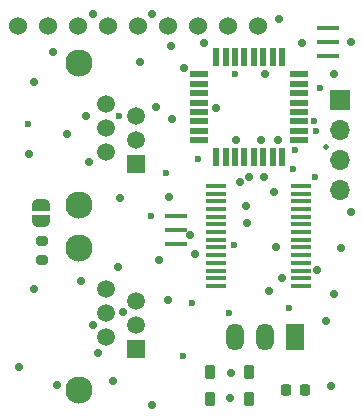
<source format=gbs>
G04 #@! TF.GenerationSoftware,KiCad,Pcbnew,8.0.1*
G04 #@! TF.CreationDate,2024-10-15T00:39:43+09:00*
G04 #@! TF.ProjectId,AltBoard2025,416c7442-6f61-4726-9432-3032352e6b69,rev?*
G04 #@! TF.SameCoordinates,Original*
G04 #@! TF.FileFunction,Soldermask,Bot*
G04 #@! TF.FilePolarity,Negative*
%FSLAX46Y46*%
G04 Gerber Fmt 4.6, Leading zero omitted, Abs format (unit mm)*
G04 Created by KiCad (PCBNEW 8.0.1) date 2024-10-15 00:39:43*
%MOMM*%
%LPD*%
G01*
G04 APERTURE LIST*
G04 Aperture macros list*
%AMRoundRect*
0 Rectangle with rounded corners*
0 $1 Rounding radius*
0 $2 $3 $4 $5 $6 $7 $8 $9 X,Y pos of 4 corners*
0 Add a 4 corners polygon primitive as box body*
4,1,4,$2,$3,$4,$5,$6,$7,$8,$9,$2,$3,0*
0 Add four circle primitives for the rounded corners*
1,1,$1+$1,$2,$3*
1,1,$1+$1,$4,$5*
1,1,$1+$1,$6,$7*
1,1,$1+$1,$8,$9*
0 Add four rect primitives between the rounded corners*
20,1,$1+$1,$2,$3,$4,$5,0*
20,1,$1+$1,$4,$5,$6,$7,0*
20,1,$1+$1,$6,$7,$8,$9,0*
20,1,$1+$1,$8,$9,$2,$3,0*%
%AMFreePoly0*
4,1,19,0.500000,-0.750000,0.000000,-0.750000,0.000000,-0.744911,-0.071157,-0.744911,-0.207708,-0.704816,-0.327430,-0.627875,-0.420627,-0.520320,-0.479746,-0.390866,-0.500000,-0.250000,-0.500000,0.250000,-0.479746,0.390866,-0.420627,0.520320,-0.327430,0.627875,-0.207708,0.704816,-0.071157,0.744911,0.000000,0.744911,0.000000,0.750000,0.500000,0.750000,0.500000,-0.750000,0.500000,-0.750000,
$1*%
%AMFreePoly1*
4,1,19,0.000000,0.744911,0.071157,0.744911,0.207708,0.704816,0.327430,0.627875,0.420627,0.520320,0.479746,0.390866,0.500000,0.250000,0.500000,-0.250000,0.479746,-0.390866,0.420627,-0.520320,0.327430,-0.627875,0.207708,-0.704816,0.071157,-0.744911,0.000000,-0.744911,0.000000,-0.750000,-0.500000,-0.750000,-0.500000,0.750000,0.000000,0.750000,0.000000,0.744911,0.000000,0.744911,
$1*%
G04 Aperture macros list end*
%ADD10C,1.520000*%
%ADD11R,1.520000X1.520000*%
%ADD12C,2.300000*%
%ADD13R,1.700000X1.700000*%
%ADD14O,1.700000X1.700000*%
%ADD15R,1.500000X2.300000*%
%ADD16O,1.500000X2.300000*%
%ADD17RoundRect,0.200000X0.275000X-0.200000X0.275000X0.200000X-0.275000X0.200000X-0.275000X-0.200000X0*%
%ADD18RoundRect,0.225000X0.225000X0.375000X-0.225000X0.375000X-0.225000X-0.375000X0.225000X-0.375000X0*%
%ADD19R,0.550000X1.600000*%
%ADD20R,1.600000X0.550000*%
%ADD21R,1.900000X0.400000*%
%ADD22C,1.524000*%
%ADD23FreePoly0,270.000000*%
%ADD24FreePoly1,270.000000*%
%ADD25R,1.750000X0.450000*%
%ADD26RoundRect,0.225000X-0.225000X-0.250000X0.225000X-0.250000X0.225000X0.250000X-0.225000X0.250000X0*%
%ADD27C,0.700000*%
%ADD28C,0.600000*%
%ADD29C,0.500000*%
G04 APERTURE END LIST*
D10*
X124600000Y-27700000D03*
X127140000Y-28720000D03*
X124600000Y-29740000D03*
X127140000Y-30760000D03*
X124600000Y-31780000D03*
D11*
X127140000Y-32800000D03*
D12*
X122300000Y-36250000D03*
X122300000Y-24250000D03*
D13*
X144400000Y-27360000D03*
D14*
X144400000Y-29900000D03*
X144400000Y-32440000D03*
X144400000Y-34980000D03*
D15*
X140547000Y-47492500D03*
D16*
X138007000Y-47492500D03*
X135467000Y-47492500D03*
D12*
X122300000Y-39900000D03*
X122300000Y-51900000D03*
D11*
X127140000Y-48450000D03*
D10*
X124600000Y-47430000D03*
X127140000Y-46410000D03*
X124600000Y-45390000D03*
X127140000Y-44370000D03*
X124600000Y-43350000D03*
D17*
X119200000Y-40950000D03*
X119200000Y-39300000D03*
D18*
X136700000Y-50400000D03*
X133400000Y-50400000D03*
D19*
X133900000Y-23750000D03*
X134700000Y-23750000D03*
X135500000Y-23750000D03*
X136300000Y-23750000D03*
X137100000Y-23750000D03*
X137900000Y-23750000D03*
X138700000Y-23750000D03*
X139500000Y-23750000D03*
D20*
X140950000Y-25200000D03*
X140950000Y-26000000D03*
X140950000Y-26800000D03*
X140950000Y-27600000D03*
X140950000Y-28400000D03*
X140950000Y-29200000D03*
X140950000Y-30000000D03*
X140950000Y-30800000D03*
D19*
X139500000Y-32250000D03*
X138700000Y-32250000D03*
X137900000Y-32250000D03*
X137100000Y-32250000D03*
X136300000Y-32250000D03*
X135500000Y-32250000D03*
X134700000Y-32250000D03*
X133900000Y-32250000D03*
D20*
X132450000Y-30800000D03*
X132450000Y-30000000D03*
X132450000Y-29200000D03*
X132450000Y-28400000D03*
X132450000Y-27600000D03*
X132450000Y-26800000D03*
X132450000Y-26000000D03*
X132450000Y-25200000D03*
D21*
X143400000Y-23700000D03*
X143400000Y-22500000D03*
X143400000Y-21300000D03*
D18*
X136700000Y-52700000D03*
X133400000Y-52700000D03*
D22*
X137420000Y-21100000D03*
X134880000Y-21100000D03*
X132340000Y-21100000D03*
X129800000Y-21100000D03*
X127260000Y-21100000D03*
X124720000Y-21100000D03*
X122180000Y-21100000D03*
X119640000Y-21100000D03*
X117100000Y-21100000D03*
D23*
X119100000Y-36300000D03*
D24*
X119100000Y-37600000D03*
D25*
X133900000Y-43125000D03*
X133900000Y-42475000D03*
X133900000Y-41825000D03*
X133900000Y-41175000D03*
X133900000Y-40525000D03*
X133900000Y-39875000D03*
X133900000Y-39225000D03*
X133900000Y-38575000D03*
X133900000Y-37925000D03*
X133900000Y-37275000D03*
X133900000Y-36625000D03*
X133900000Y-35975000D03*
X133900000Y-35325000D03*
X133900000Y-34675000D03*
X141100000Y-34675000D03*
X141100000Y-35325000D03*
X141100000Y-35975000D03*
X141100000Y-36625000D03*
X141100000Y-37275000D03*
X141100000Y-37925000D03*
X141100000Y-38575000D03*
X141100000Y-39225000D03*
X141100000Y-39875000D03*
X141100000Y-40525000D03*
X141100000Y-41175000D03*
X141100000Y-41825000D03*
X141100000Y-42475000D03*
X141100000Y-43125000D03*
D26*
X139850000Y-51900000D03*
X141400000Y-51900000D03*
D21*
X130500000Y-37200000D03*
X130500000Y-38400000D03*
X130500000Y-39600000D03*
D27*
X127500000Y-24200000D03*
D28*
X125700000Y-28700000D03*
D27*
X138000000Y-25200000D03*
D28*
X118000000Y-29400000D03*
X132400000Y-32400000D03*
D27*
X125800000Y-35700000D03*
D28*
X128400000Y-37200000D03*
D27*
X120400000Y-51500000D03*
D28*
X131900000Y-44600000D03*
D27*
X123900000Y-48800000D03*
X123500000Y-46400000D03*
X136400000Y-36400000D03*
X128500000Y-53200000D03*
X135895014Y-34302493D03*
X118500000Y-43400000D03*
X142404947Y-41742746D03*
X120100000Y-23300000D03*
X136500000Y-37800000D03*
D28*
X140100000Y-45000000D03*
D27*
X145300000Y-22500000D03*
X126000000Y-45300000D03*
X143600000Y-51600000D03*
X131651460Y-38778216D03*
X125200000Y-51200000D03*
X118500000Y-25900000D03*
X135200000Y-50500000D03*
X123500000Y-20100000D03*
D28*
X131100000Y-49100000D03*
D27*
X145300000Y-36900000D03*
X118100000Y-32000000D03*
X133900000Y-28100000D03*
X123100000Y-32600000D03*
X129100000Y-40900000D03*
X122900000Y-28700000D03*
X143200000Y-46100000D03*
X121300000Y-30300000D03*
D28*
X135000000Y-45400000D03*
D27*
X128800000Y-28000000D03*
X125600000Y-41500000D03*
X143900000Y-25200000D03*
X137700000Y-30800000D03*
X135600000Y-30800000D03*
X132100000Y-40400000D03*
X139200000Y-20500000D03*
D28*
X135500000Y-25200000D03*
D27*
X128500000Y-20100000D03*
X135100000Y-52600000D03*
X141200000Y-22600000D03*
X117200000Y-50000000D03*
X143900000Y-43800000D03*
D28*
X135400000Y-39700000D03*
D27*
X129900000Y-35600000D03*
X138930331Y-39869669D03*
X139100000Y-30800000D03*
X138800000Y-35200000D03*
X138350000Y-43600000D03*
X139469425Y-42485354D03*
X137980025Y-33880025D03*
X136700000Y-33900000D03*
D28*
X142700000Y-26400000D03*
D27*
X129800000Y-44300000D03*
X122500000Y-42700000D03*
D28*
X140400000Y-33200000D03*
X140600000Y-31600000D03*
X129700000Y-33600000D03*
X142400000Y-30000000D03*
X142300000Y-33900000D03*
D27*
X144500000Y-39900000D03*
X131200000Y-24700000D03*
X130200000Y-29000000D03*
D28*
X142200000Y-29200000D03*
D29*
X143231672Y-31400000D03*
D27*
X130100000Y-22800000D03*
X132900000Y-22600000D03*
M02*

</source>
